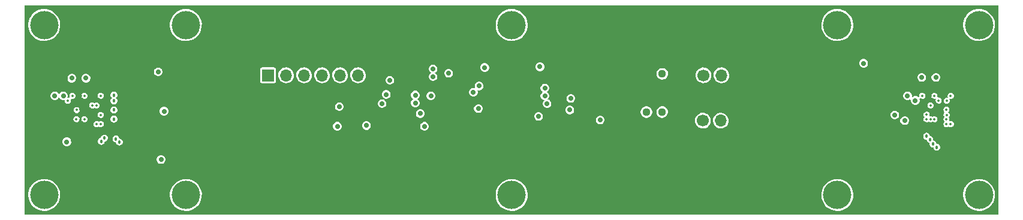
<source format=gbr>
G04 #@! TF.GenerationSoftware,KiCad,Pcbnew,5.99.0-unknown-3cd1208~100~ubuntu18.04.1*
G04 #@! TF.CreationDate,2019-09-26T13:34:42+08:00*
G04 #@! TF.ProjectId,external_camera,65787465-726e-4616-9c5f-63616d657261,rev?*
G04 #@! TF.SameCoordinates,Original*
G04 #@! TF.FileFunction,Copper,L2,Inr*
G04 #@! TF.FilePolarity,Positive*
%FSLAX46Y46*%
G04 Gerber Fmt 4.6, Leading zero omitted, Abs format (unit mm)*
G04 Created by KiCad (PCBNEW 5.99.0-unknown-3cd1208~100~ubuntu18.04.1) date 2019-09-26 13:34:42*
%MOMM*%
%LPD*%
G04 APERTURE LIST*
%ADD10O,1.700000X1.700000*%
%ADD11C,1.700000*%
%ADD12C,1.120000*%
%ADD13R,1.700000X1.700000*%
%ADD14C,2.500000*%
%ADD15C,0.711200*%
%ADD16C,0.355600*%
%ADD17C,0.457200*%
%ADD18C,4.000000*%
%ADD19C,0.100000*%
G04 APERTURE END LIST*
D10*
X137160000Y-85090000D03*
X134620000Y-85090000D03*
D11*
X132080000Y-85090000D03*
D12*
X126267436Y-84902272D03*
X124032564Y-84902272D03*
X126267436Y-90297728D03*
X124032564Y-90297728D03*
D10*
X85852000Y-85090000D03*
X83312000Y-85090000D03*
X80772000Y-85090000D03*
X78232000Y-85090000D03*
X75692000Y-85090000D03*
X73152000Y-85090000D03*
D13*
X70612000Y-85090000D03*
D10*
X137080000Y-91500000D03*
X134540000Y-91500000D03*
D11*
X132000000Y-91500000D03*
D14*
X165000000Y-100000000D03*
X165000000Y-80000000D03*
X45000000Y-100000000D03*
X45000000Y-80000000D03*
D15*
X55500000Y-97000000D03*
X116000000Y-91500000D03*
X117500000Y-91400000D03*
X108800000Y-90900000D03*
X113200000Y-90000000D03*
X97800000Y-100200000D03*
X82400000Y-89500000D03*
X80675000Y-89525000D03*
X92100000Y-90500000D03*
X93600000Y-88000000D03*
X55925000Y-90175000D03*
X86700000Y-89100000D03*
X88500000Y-89200000D03*
X83100000Y-92300000D03*
X84512500Y-92187500D03*
X77500000Y-92100000D03*
X80400000Y-92300000D03*
X113350000Y-88350000D03*
X116850000Y-88500000D03*
X162000000Y-88650000D03*
D16*
X42350000Y-88700000D03*
D15*
X43500000Y-93100000D03*
X93850000Y-89500000D03*
X93850000Y-90550000D03*
X100300000Y-89800000D03*
X96100000Y-83800000D03*
X60000000Y-83500000D03*
X41700000Y-88000000D03*
X40500000Y-88000000D03*
D17*
X165050000Y-95250000D03*
X164500000Y-94800000D03*
X164050000Y-94150000D03*
D15*
X160500000Y-91500000D03*
X166800000Y-86300000D03*
X168100000Y-91800000D03*
D16*
X167000000Y-92000000D03*
X166400000Y-91320001D03*
X166400000Y-92000000D03*
X163600000Y-90650000D03*
X164700000Y-90650000D03*
X164150000Y-91300000D03*
X164150000Y-90650000D03*
X165300000Y-88665785D03*
D15*
X168100000Y-88900000D03*
X165900000Y-85400000D03*
X164900000Y-85400000D03*
X162900000Y-85400000D03*
D16*
X163000000Y-88000000D03*
X167000000Y-88000000D03*
X165850000Y-88000000D03*
X165299469Y-88000000D03*
X164152442Y-87997558D03*
X164700000Y-88000000D03*
D15*
X163900000Y-85400000D03*
X160900000Y-88000000D03*
X159100000Y-90700000D03*
X162000000Y-90600000D03*
X56100000Y-86600000D03*
X154700000Y-83400000D03*
X154700000Y-84400000D03*
X147900000Y-84400000D03*
X109500000Y-90000000D03*
X109400000Y-85900000D03*
X109000000Y-83900000D03*
X105000000Y-84000000D03*
X101200000Y-84000000D03*
X98900000Y-81400000D03*
X96100000Y-84800000D03*
X93900000Y-84200000D03*
X93900000Y-85300000D03*
D17*
X163600000Y-93700000D03*
D15*
X96300000Y-96200000D03*
X96300000Y-94800000D03*
X93800000Y-91800000D03*
D16*
X46400000Y-89350000D03*
X45806023Y-89341620D03*
X43550000Y-88700000D03*
X42999072Y-90049104D03*
X44700000Y-90650000D03*
X46999104Y-90699072D03*
X45300000Y-88000000D03*
X43600000Y-90000000D03*
X44150000Y-90000000D03*
X43550000Y-92000000D03*
D18*
X39000000Y-78000000D03*
X39000000Y-102000000D03*
X171000000Y-102000000D03*
X171000000Y-78000000D03*
X59000000Y-78000000D03*
X59000000Y-102000000D03*
X151000000Y-102000000D03*
X151000000Y-78000000D03*
X105000000Y-102000000D03*
X105000000Y-78000000D03*
D16*
X164150000Y-88650000D03*
X166400000Y-89950000D03*
X166409957Y-90688895D03*
X166450000Y-88700000D03*
X164700000Y-91300000D03*
X163550000Y-89350000D03*
X163554855Y-91955602D03*
X163600000Y-91300000D03*
X164150000Y-89350000D03*
D17*
X47066513Y-94433487D03*
X47533487Y-93966513D03*
X49133026Y-94066513D03*
X49600000Y-94533487D03*
D15*
X42200000Y-94500000D03*
X41700000Y-90900000D03*
D16*
X44152442Y-87997558D03*
X43000000Y-88000000D03*
D15*
X44900000Y-85500000D03*
X45900000Y-85500000D03*
X43900000Y-85500000D03*
X42900000Y-85500000D03*
D16*
X44700000Y-88000000D03*
X45850000Y-88000000D03*
X44150000Y-88700000D03*
X47000000Y-88000000D03*
X45850000Y-91300000D03*
X44700889Y-91299111D03*
X43550373Y-91299627D03*
X47000000Y-92000000D03*
X46400000Y-92000000D03*
X47600000Y-92000000D03*
D17*
X47800000Y-89300000D03*
X48850000Y-91300000D03*
X48850000Y-90000000D03*
X48850000Y-88700000D03*
X48850000Y-87900000D03*
D15*
X55100000Y-84600000D03*
X87300000Y-87800000D03*
X90500000Y-85800000D03*
X87800000Y-85800000D03*
X96300000Y-93400000D03*
X92700000Y-92300000D03*
X100400000Y-86600000D03*
X99600000Y-87500000D03*
X103600000Y-89800000D03*
X109700000Y-86900000D03*
X109700000Y-88000000D03*
X110000000Y-89100000D03*
X91400000Y-87900000D03*
X91400000Y-89000000D03*
D19*
G36*
X173746001Y-104746000D02*
G01*
X36254000Y-104746000D01*
X36254000Y-102130191D01*
X36742026Y-102130191D01*
X36793611Y-102497234D01*
X36904446Y-102850911D01*
X37071565Y-103181751D01*
X37290467Y-103480843D01*
X37555282Y-103740168D01*
X37858898Y-103952762D01*
X38193158Y-104112913D01*
X38549083Y-104216318D01*
X38917125Y-104260205D01*
X39287381Y-104243391D01*
X39649933Y-104166329D01*
X39995021Y-104031091D01*
X40313389Y-103841306D01*
X40596487Y-103602069D01*
X40836709Y-103319809D01*
X41027604Y-103002106D01*
X41164049Y-102657484D01*
X41242375Y-102295213D01*
X41246408Y-102130191D01*
X56742026Y-102130191D01*
X56793611Y-102497234D01*
X56904446Y-102850911D01*
X57071565Y-103181751D01*
X57290467Y-103480843D01*
X57555282Y-103740168D01*
X57858898Y-103952762D01*
X58193158Y-104112913D01*
X58549083Y-104216318D01*
X58917125Y-104260205D01*
X59287381Y-104243391D01*
X59649933Y-104166329D01*
X59995021Y-104031091D01*
X60313389Y-103841306D01*
X60596487Y-103602069D01*
X60836709Y-103319809D01*
X61027604Y-103002106D01*
X61164049Y-102657484D01*
X61242375Y-102295213D01*
X61246408Y-102130191D01*
X102742026Y-102130191D01*
X102793611Y-102497234D01*
X102904446Y-102850911D01*
X103071565Y-103181751D01*
X103290467Y-103480843D01*
X103555282Y-103740168D01*
X103858898Y-103952762D01*
X104193158Y-104112913D01*
X104549083Y-104216318D01*
X104917125Y-104260205D01*
X105287381Y-104243391D01*
X105649933Y-104166329D01*
X105995021Y-104031091D01*
X106313389Y-103841306D01*
X106596487Y-103602069D01*
X106836709Y-103319809D01*
X107027604Y-103002106D01*
X107164049Y-102657484D01*
X107242375Y-102295213D01*
X107246408Y-102130191D01*
X148742026Y-102130191D01*
X148793611Y-102497234D01*
X148904446Y-102850911D01*
X149071565Y-103181751D01*
X149290467Y-103480843D01*
X149555282Y-103740168D01*
X149858898Y-103952762D01*
X150193158Y-104112913D01*
X150549083Y-104216318D01*
X150917125Y-104260205D01*
X151287381Y-104243391D01*
X151649933Y-104166329D01*
X151995021Y-104031091D01*
X152313389Y-103841306D01*
X152596487Y-103602069D01*
X152836709Y-103319809D01*
X153027604Y-103002106D01*
X153164049Y-102657484D01*
X153242375Y-102295213D01*
X153246408Y-102130191D01*
X168742026Y-102130191D01*
X168793611Y-102497234D01*
X168904446Y-102850911D01*
X169071565Y-103181751D01*
X169290467Y-103480843D01*
X169555282Y-103740168D01*
X169858898Y-103952762D01*
X170193158Y-104112913D01*
X170549083Y-104216318D01*
X170917125Y-104260205D01*
X171287381Y-104243391D01*
X171649933Y-104166329D01*
X171995021Y-104031091D01*
X172313389Y-103841306D01*
X172596487Y-103602069D01*
X172836709Y-103319809D01*
X173027604Y-103002106D01*
X173164049Y-102657484D01*
X173242375Y-102295213D01*
X173254119Y-101814679D01*
X173193583Y-101449013D01*
X173074135Y-101098136D01*
X172898990Y-100771492D01*
X172672842Y-100477832D01*
X172401766Y-100225050D01*
X172093053Y-100019942D01*
X171754980Y-99868005D01*
X171396631Y-99773326D01*
X171027630Y-99738445D01*
X170657891Y-99764300D01*
X170297337Y-99850196D01*
X169955648Y-99993828D01*
X169642020Y-100191330D01*
X169364844Y-100437420D01*
X169131595Y-100725458D01*
X168948518Y-101047731D01*
X168820534Y-101395582D01*
X168751082Y-101759661D01*
X168742026Y-102130191D01*
X153246408Y-102130191D01*
X153254119Y-101814679D01*
X153193583Y-101449013D01*
X153074135Y-101098136D01*
X152898990Y-100771492D01*
X152672842Y-100477832D01*
X152401766Y-100225050D01*
X152093053Y-100019942D01*
X151754980Y-99868005D01*
X151396631Y-99773326D01*
X151027630Y-99738445D01*
X150657891Y-99764300D01*
X150297337Y-99850196D01*
X149955648Y-99993828D01*
X149642020Y-100191330D01*
X149364844Y-100437420D01*
X149131595Y-100725458D01*
X148948518Y-101047731D01*
X148820534Y-101395582D01*
X148751082Y-101759661D01*
X148742026Y-102130191D01*
X107246408Y-102130191D01*
X107254119Y-101814679D01*
X107193583Y-101449013D01*
X107074135Y-101098136D01*
X106898990Y-100771492D01*
X106672842Y-100477832D01*
X106401766Y-100225050D01*
X106093053Y-100019942D01*
X105754980Y-99868005D01*
X105396631Y-99773326D01*
X105027630Y-99738445D01*
X104657891Y-99764300D01*
X104297337Y-99850196D01*
X103955648Y-99993828D01*
X103642020Y-100191330D01*
X103364844Y-100437420D01*
X103131595Y-100725458D01*
X102948518Y-101047731D01*
X102820534Y-101395582D01*
X102751082Y-101759661D01*
X102742026Y-102130191D01*
X61246408Y-102130191D01*
X61254119Y-101814679D01*
X61193583Y-101449013D01*
X61074135Y-101098136D01*
X60898990Y-100771492D01*
X60672842Y-100477832D01*
X60401766Y-100225050D01*
X60093053Y-100019942D01*
X59754980Y-99868005D01*
X59396631Y-99773326D01*
X59027630Y-99738445D01*
X58657891Y-99764300D01*
X58297337Y-99850196D01*
X57955648Y-99993828D01*
X57642020Y-100191330D01*
X57364844Y-100437420D01*
X57131595Y-100725458D01*
X56948518Y-101047731D01*
X56820534Y-101395582D01*
X56751082Y-101759661D01*
X56742026Y-102130191D01*
X41246408Y-102130191D01*
X41254119Y-101814679D01*
X41193583Y-101449013D01*
X41074135Y-101098136D01*
X40898990Y-100771492D01*
X40672842Y-100477832D01*
X40401766Y-100225050D01*
X40093053Y-100019942D01*
X39754980Y-99868005D01*
X39396631Y-99773326D01*
X39027630Y-99738445D01*
X38657891Y-99764300D01*
X38297337Y-99850196D01*
X37955648Y-99993828D01*
X37642020Y-100191330D01*
X37364844Y-100437420D01*
X37131595Y-100725458D01*
X36948518Y-101047731D01*
X36820534Y-101395582D01*
X36751082Y-101759661D01*
X36742026Y-102130191D01*
X36254000Y-102130191D01*
X36254000Y-96903449D01*
X54890401Y-96903449D01*
X54890401Y-97096551D01*
X54950073Y-97280202D01*
X55063575Y-97436425D01*
X55219798Y-97549927D01*
X55403449Y-97609599D01*
X55596551Y-97609599D01*
X55780202Y-97549927D01*
X55936425Y-97436425D01*
X56049927Y-97280202D01*
X56109599Y-97096551D01*
X56109599Y-96903449D01*
X56049927Y-96719798D01*
X55936425Y-96563575D01*
X55780202Y-96450073D01*
X55596551Y-96390401D01*
X55403449Y-96390401D01*
X55219798Y-96450073D01*
X55063575Y-96563575D01*
X54950073Y-96719798D01*
X54890401Y-96903449D01*
X36254000Y-96903449D01*
X36254000Y-94403449D01*
X41590401Y-94403449D01*
X41590401Y-94596551D01*
X41650073Y-94780202D01*
X41763575Y-94936425D01*
X41919798Y-95049927D01*
X42103449Y-95109599D01*
X42296551Y-95109599D01*
X42480202Y-95049927D01*
X42636425Y-94936425D01*
X42749927Y-94780202D01*
X42809599Y-94596551D01*
X42809599Y-94403449D01*
X42791711Y-94348393D01*
X46583914Y-94348393D01*
X46583914Y-94518581D01*
X46642123Y-94678510D01*
X46751519Y-94808883D01*
X46898907Y-94893978D01*
X47066513Y-94923531D01*
X47234119Y-94893978D01*
X47381507Y-94808883D01*
X47490903Y-94678510D01*
X47574306Y-94449359D01*
X47701094Y-94427004D01*
X47848481Y-94341909D01*
X47957877Y-94211536D01*
X48016086Y-94051607D01*
X48016086Y-93981419D01*
X48650427Y-93981419D01*
X48650427Y-94151607D01*
X48708636Y-94311536D01*
X48818032Y-94441909D01*
X48965419Y-94527004D01*
X49092207Y-94549359D01*
X49175610Y-94778510D01*
X49285006Y-94908883D01*
X49432394Y-94993978D01*
X49600000Y-95023531D01*
X49767606Y-94993978D01*
X49914994Y-94908883D01*
X50024390Y-94778510D01*
X50082599Y-94618581D01*
X50082599Y-94448393D01*
X50024390Y-94288464D01*
X49914994Y-94158091D01*
X49767607Y-94072996D01*
X49640819Y-94050641D01*
X49557416Y-93821490D01*
X49448020Y-93691117D01*
X49316020Y-93614906D01*
X163117401Y-93614906D01*
X163117401Y-93785094D01*
X163175610Y-93945023D01*
X163285006Y-94075396D01*
X163432394Y-94160491D01*
X163547644Y-94180812D01*
X163625610Y-94395023D01*
X163735006Y-94525396D01*
X163882395Y-94610491D01*
X164017401Y-94634297D01*
X164017401Y-94885094D01*
X164075610Y-95045023D01*
X164185006Y-95175396D01*
X164332394Y-95260491D01*
X164554502Y-95299654D01*
X164625610Y-95495023D01*
X164735006Y-95625396D01*
X164882394Y-95710491D01*
X165050000Y-95740044D01*
X165217606Y-95710491D01*
X165364994Y-95625396D01*
X165474390Y-95495023D01*
X165532599Y-95335094D01*
X165532599Y-95164906D01*
X165474390Y-95004977D01*
X165364994Y-94874604D01*
X165217606Y-94789509D01*
X164995498Y-94750346D01*
X164924390Y-94554977D01*
X164814994Y-94424604D01*
X164667605Y-94339509D01*
X164532599Y-94315703D01*
X164532599Y-94064906D01*
X164474390Y-93904977D01*
X164364994Y-93774604D01*
X164217606Y-93689509D01*
X164102356Y-93669188D01*
X164024390Y-93454977D01*
X163914994Y-93324604D01*
X163767606Y-93239509D01*
X163600000Y-93209956D01*
X163432394Y-93239509D01*
X163285006Y-93324604D01*
X163175610Y-93454977D01*
X163117401Y-93614906D01*
X49316020Y-93614906D01*
X49300632Y-93606022D01*
X49133026Y-93576469D01*
X48965420Y-93606022D01*
X48818032Y-93691117D01*
X48708636Y-93821490D01*
X48650427Y-93981419D01*
X48016086Y-93981419D01*
X48016086Y-93881419D01*
X47957877Y-93721490D01*
X47848481Y-93591117D01*
X47701093Y-93506022D01*
X47533487Y-93476469D01*
X47365881Y-93506022D01*
X47218493Y-93591117D01*
X47109097Y-93721490D01*
X47025694Y-93950641D01*
X46898906Y-93972996D01*
X46751519Y-94058091D01*
X46642123Y-94188464D01*
X46583914Y-94348393D01*
X42791711Y-94348393D01*
X42749927Y-94219798D01*
X42636425Y-94063575D01*
X42480202Y-93950073D01*
X42296551Y-93890401D01*
X42103449Y-93890401D01*
X41919798Y-93950073D01*
X41763575Y-94063575D01*
X41650073Y-94219798D01*
X41590401Y-94403449D01*
X36254000Y-94403449D01*
X36254000Y-91994632D01*
X45960754Y-91994632D01*
X45988273Y-92153121D01*
X46071000Y-92291076D01*
X46197844Y-92389999D01*
X46351796Y-92436627D01*
X46512211Y-92424705D01*
X46717584Y-92327405D01*
X46797845Y-92389999D01*
X46951796Y-92436627D01*
X47112212Y-92424705D01*
X47257580Y-92355835D01*
X47368411Y-92239247D01*
X47383202Y-92203449D01*
X79790401Y-92203449D01*
X79790401Y-92396551D01*
X79850073Y-92580202D01*
X79963575Y-92736425D01*
X80119798Y-92849927D01*
X80303449Y-92909599D01*
X80496551Y-92909599D01*
X80680202Y-92849927D01*
X80836425Y-92736425D01*
X80949927Y-92580202D01*
X81009599Y-92396551D01*
X81009599Y-92203449D01*
X80973046Y-92090949D01*
X83902901Y-92090949D01*
X83902901Y-92284051D01*
X83962573Y-92467702D01*
X84076075Y-92623925D01*
X84232298Y-92737427D01*
X84415949Y-92797099D01*
X84609051Y-92797099D01*
X84792702Y-92737427D01*
X84948925Y-92623925D01*
X85062427Y-92467702D01*
X85122099Y-92284051D01*
X85122099Y-92203449D01*
X92090401Y-92203449D01*
X92090401Y-92396551D01*
X92150073Y-92580202D01*
X92263575Y-92736425D01*
X92419798Y-92849927D01*
X92603449Y-92909599D01*
X92796551Y-92909599D01*
X92980202Y-92849927D01*
X93136425Y-92736425D01*
X93249927Y-92580202D01*
X93309599Y-92396551D01*
X93309599Y-92203449D01*
X93249927Y-92019798D01*
X93136425Y-91863575D01*
X92980202Y-91750073D01*
X92796551Y-91690401D01*
X92603449Y-91690401D01*
X92419798Y-91750073D01*
X92263575Y-91863575D01*
X92150073Y-92019798D01*
X92090401Y-92203449D01*
X85122099Y-92203449D01*
X85122099Y-92090949D01*
X85062427Y-91907298D01*
X84948925Y-91751075D01*
X84792702Y-91637573D01*
X84609051Y-91577901D01*
X84415949Y-91577901D01*
X84232298Y-91637573D01*
X84076075Y-91751075D01*
X83962573Y-91907298D01*
X83902901Y-92090949D01*
X80973046Y-92090949D01*
X80949927Y-92019798D01*
X80836425Y-91863575D01*
X80680202Y-91750073D01*
X80496551Y-91690401D01*
X80303449Y-91690401D01*
X80119798Y-91750073D01*
X79963575Y-91863575D01*
X79850073Y-92019798D01*
X79790401Y-92203449D01*
X47383202Y-92203449D01*
X47429838Y-92090582D01*
X47431922Y-91919947D01*
X47374146Y-91769824D01*
X47266198Y-91650565D01*
X47122555Y-91578163D01*
X46962479Y-91562326D01*
X46807431Y-91605180D01*
X46713824Y-91674571D01*
X46522555Y-91578163D01*
X46362479Y-91562326D01*
X46207432Y-91605180D01*
X46078207Y-91700975D01*
X45992136Y-91836865D01*
X45960754Y-91994632D01*
X36254000Y-91994632D01*
X36254000Y-91294259D01*
X43111127Y-91294259D01*
X43138646Y-91452748D01*
X43221373Y-91590703D01*
X43348217Y-91689626D01*
X43502169Y-91736254D01*
X43662585Y-91724332D01*
X43807953Y-91655462D01*
X43918784Y-91538874D01*
X43980211Y-91390209D01*
X43981389Y-91293743D01*
X44261643Y-91293743D01*
X44289162Y-91452232D01*
X44371889Y-91590187D01*
X44498733Y-91689110D01*
X44652685Y-91735738D01*
X44813101Y-91723816D01*
X44958469Y-91654946D01*
X45069300Y-91538358D01*
X45130727Y-91389693D01*
X45132811Y-91219058D01*
X45131214Y-91214906D01*
X48367401Y-91214906D01*
X48367401Y-91385094D01*
X48425610Y-91545023D01*
X48535006Y-91675396D01*
X48682394Y-91760491D01*
X48850000Y-91790044D01*
X49017606Y-91760491D01*
X49164994Y-91675396D01*
X49274390Y-91545023D01*
X49332599Y-91385094D01*
X49332599Y-91214906D01*
X49274390Y-91054977D01*
X49164994Y-90924604D01*
X49017606Y-90839509D01*
X48850000Y-90809956D01*
X48682394Y-90839509D01*
X48535006Y-90924604D01*
X48425610Y-91054977D01*
X48367401Y-91214906D01*
X45131214Y-91214906D01*
X45075035Y-91068935D01*
X44967087Y-90949676D01*
X44823444Y-90877274D01*
X44663368Y-90861437D01*
X44508321Y-90904291D01*
X44379096Y-91000086D01*
X44293025Y-91135976D01*
X44261643Y-91293743D01*
X43981389Y-91293743D01*
X43982295Y-91219574D01*
X43924519Y-91069451D01*
X43816571Y-90950192D01*
X43672928Y-90877790D01*
X43512852Y-90861953D01*
X43357805Y-90904807D01*
X43228580Y-91000602D01*
X43142509Y-91136492D01*
X43111127Y-91294259D01*
X36254000Y-91294259D01*
X36254000Y-90693704D01*
X46559858Y-90693704D01*
X46587377Y-90852193D01*
X46670104Y-90990148D01*
X46796948Y-91089071D01*
X46950900Y-91135699D01*
X47111316Y-91123777D01*
X47256684Y-91054907D01*
X47367515Y-90938319D01*
X47428942Y-90789654D01*
X47431026Y-90619019D01*
X47373250Y-90468896D01*
X47265302Y-90349637D01*
X47121659Y-90277235D01*
X46961583Y-90261398D01*
X46806536Y-90304252D01*
X46677311Y-90400047D01*
X46591240Y-90535937D01*
X46559858Y-90693704D01*
X36254000Y-90693704D01*
X36254000Y-89994632D01*
X43160754Y-89994632D01*
X43188273Y-90153121D01*
X43271000Y-90291076D01*
X43397844Y-90389999D01*
X43551796Y-90436627D01*
X43712212Y-90424705D01*
X43857580Y-90355835D01*
X43968411Y-90239247D01*
X44029838Y-90090582D01*
X44031922Y-89919947D01*
X44029982Y-89914906D01*
X48367401Y-89914906D01*
X48367401Y-90085094D01*
X48425610Y-90245023D01*
X48535006Y-90375396D01*
X48682394Y-90460491D01*
X48850000Y-90490044D01*
X49017606Y-90460491D01*
X49164994Y-90375396D01*
X49274390Y-90245023D01*
X49332599Y-90085094D01*
X49332599Y-90078449D01*
X55315401Y-90078449D01*
X55315401Y-90271551D01*
X55375073Y-90455202D01*
X55488575Y-90611425D01*
X55644798Y-90724927D01*
X55828449Y-90784599D01*
X56021551Y-90784599D01*
X56205202Y-90724927D01*
X56361425Y-90611425D01*
X56474927Y-90455202D01*
X56491742Y-90403449D01*
X91490401Y-90403449D01*
X91490401Y-90596551D01*
X91550073Y-90780202D01*
X91663575Y-90936425D01*
X91819798Y-91049927D01*
X92003449Y-91109599D01*
X92196551Y-91109599D01*
X92380202Y-91049927D01*
X92536425Y-90936425D01*
X92633037Y-90803449D01*
X108190401Y-90803449D01*
X108190401Y-90996551D01*
X108250073Y-91180202D01*
X108363575Y-91336425D01*
X108519798Y-91449927D01*
X108703449Y-91509599D01*
X108896551Y-91509599D01*
X109080202Y-91449927D01*
X109236425Y-91336425D01*
X109260383Y-91303449D01*
X116890401Y-91303449D01*
X116890401Y-91496551D01*
X116950073Y-91680202D01*
X117063575Y-91836425D01*
X117219798Y-91949927D01*
X117403449Y-92009599D01*
X117596551Y-92009599D01*
X117780202Y-91949927D01*
X117936425Y-91836425D01*
X118049927Y-91680202D01*
X118109599Y-91496551D01*
X118109599Y-91496132D01*
X130890986Y-91496132D01*
X130910262Y-91705904D01*
X130968858Y-91908258D01*
X131064661Y-92095877D01*
X131194213Y-92261994D01*
X131352844Y-92400620D01*
X131534818Y-92506744D01*
X131733582Y-92576545D01*
X131941956Y-92607501D01*
X132152430Y-92598496D01*
X132357400Y-92549853D01*
X132549470Y-92463333D01*
X132721724Y-92342046D01*
X132867927Y-92190384D01*
X132982820Y-92013801D01*
X133062245Y-91818691D01*
X133103345Y-91612072D01*
X133103924Y-91445826D01*
X133432303Y-91445826D01*
X133442043Y-91656260D01*
X133491400Y-91861062D01*
X133578595Y-92052836D01*
X133700474Y-92224654D01*
X133852652Y-92370333D01*
X134029632Y-92484608D01*
X134225019Y-92563351D01*
X134505371Y-92604000D01*
X134592631Y-92604000D01*
X134749711Y-92589014D01*
X134951854Y-92529710D01*
X135139137Y-92433254D01*
X135304803Y-92303122D01*
X135442872Y-92144011D01*
X135548361Y-91961666D01*
X135617468Y-91762656D01*
X135647697Y-91554174D01*
X135640721Y-91403449D01*
X159890401Y-91403449D01*
X159890401Y-91596551D01*
X159950073Y-91780202D01*
X160063575Y-91936425D01*
X160219798Y-92049927D01*
X160403449Y-92109599D01*
X160596551Y-92109599D01*
X160780202Y-92049927D01*
X160936425Y-91936425D01*
X161049927Y-91780202D01*
X161109599Y-91596551D01*
X161109599Y-91403449D01*
X161049927Y-91219798D01*
X160936425Y-91063575D01*
X160780202Y-90950073D01*
X160596551Y-90890401D01*
X160403449Y-90890401D01*
X160219798Y-90950073D01*
X160063575Y-91063575D01*
X159950073Y-91219798D01*
X159890401Y-91403449D01*
X135640721Y-91403449D01*
X135637957Y-91343740D01*
X135588600Y-91138938D01*
X135501405Y-90947164D01*
X135379526Y-90775346D01*
X135227348Y-90629667D01*
X135186744Y-90603449D01*
X158490401Y-90603449D01*
X158490401Y-90796551D01*
X158550073Y-90980202D01*
X158663575Y-91136425D01*
X158819798Y-91249927D01*
X159003449Y-91309599D01*
X159196551Y-91309599D01*
X159380202Y-91249927D01*
X159536425Y-91136425D01*
X159649927Y-90980202D01*
X159709599Y-90796551D01*
X159709599Y-90644632D01*
X163160754Y-90644632D01*
X163188273Y-90803121D01*
X163292956Y-90977690D01*
X163192136Y-91136867D01*
X163160754Y-91294632D01*
X163188273Y-91453121D01*
X163271000Y-91591076D01*
X163397844Y-91689999D01*
X163551796Y-91736627D01*
X163712212Y-91724705D01*
X163886479Y-91642143D01*
X163947844Y-91689999D01*
X164101796Y-91736627D01*
X164262212Y-91724705D01*
X164436479Y-91642143D01*
X164497844Y-91689999D01*
X164651796Y-91736627D01*
X164812212Y-91724705D01*
X164957580Y-91655835D01*
X165068411Y-91539247D01*
X165129838Y-91390582D01*
X165131922Y-91219947D01*
X165074146Y-91069824D01*
X164966198Y-90950565D01*
X164822555Y-90878163D01*
X164662479Y-90862326D01*
X164507431Y-90905180D01*
X164434063Y-90959569D01*
X164272556Y-90878163D01*
X164028453Y-90854013D01*
X164031922Y-90569947D01*
X163974146Y-90419824D01*
X163866198Y-90300565D01*
X163722555Y-90228163D01*
X163562479Y-90212326D01*
X163407432Y-90255180D01*
X163278207Y-90350975D01*
X163192136Y-90486865D01*
X163160754Y-90644632D01*
X159709599Y-90644632D01*
X159709599Y-90603449D01*
X159649927Y-90419798D01*
X159536425Y-90263575D01*
X159380202Y-90150073D01*
X159196551Y-90090401D01*
X159003449Y-90090401D01*
X158819798Y-90150073D01*
X158663575Y-90263575D01*
X158550073Y-90419798D01*
X158490401Y-90603449D01*
X135186744Y-90603449D01*
X135050368Y-90515392D01*
X134854981Y-90436649D01*
X134574629Y-90396000D01*
X134487369Y-90396000D01*
X134330289Y-90410986D01*
X134128146Y-90470290D01*
X133940863Y-90566746D01*
X133775197Y-90696878D01*
X133637128Y-90855989D01*
X133531639Y-91038334D01*
X133462532Y-91237344D01*
X133432303Y-91445826D01*
X133103924Y-91445826D01*
X133104099Y-91395636D01*
X133064444Y-91188734D01*
X132986381Y-90993070D01*
X132872726Y-90815694D01*
X132727583Y-90663012D01*
X132556184Y-90540528D01*
X132364719Y-90452666D01*
X132160094Y-90402595D01*
X131949689Y-90392121D01*
X131741107Y-90421620D01*
X131541859Y-90490033D01*
X131359143Y-90594887D01*
X131199553Y-90732399D01*
X131068844Y-90897608D01*
X130971733Y-91084553D01*
X130911727Y-91286487D01*
X130890986Y-91496132D01*
X118109599Y-91496132D01*
X118109599Y-91303449D01*
X118049927Y-91119798D01*
X117936425Y-90963575D01*
X117780202Y-90850073D01*
X117596551Y-90790401D01*
X117403449Y-90790401D01*
X117219798Y-90850073D01*
X117063575Y-90963575D01*
X116950073Y-91119798D01*
X116890401Y-91303449D01*
X109260383Y-91303449D01*
X109349927Y-91180202D01*
X109409599Y-90996551D01*
X109409599Y-90803449D01*
X109349927Y-90619798D01*
X109236425Y-90463575D01*
X109080202Y-90350073D01*
X108896551Y-90290401D01*
X108703449Y-90290401D01*
X108519798Y-90350073D01*
X108363575Y-90463575D01*
X108250073Y-90619798D01*
X108190401Y-90803449D01*
X92633037Y-90803449D01*
X92649927Y-90780202D01*
X92709599Y-90596551D01*
X92709599Y-90403449D01*
X92649927Y-90219798D01*
X92536425Y-90063575D01*
X92380202Y-89950073D01*
X92196551Y-89890401D01*
X92003449Y-89890401D01*
X91819798Y-89950073D01*
X91663575Y-90063575D01*
X91550073Y-90219798D01*
X91490401Y-90403449D01*
X56491742Y-90403449D01*
X56534599Y-90271551D01*
X56534599Y-90078449D01*
X56474927Y-89894798D01*
X56361425Y-89738575D01*
X56205202Y-89625073D01*
X56021551Y-89565401D01*
X55828449Y-89565401D01*
X55644798Y-89625073D01*
X55488575Y-89738575D01*
X55375073Y-89894798D01*
X55315401Y-90078449D01*
X49332599Y-90078449D01*
X49332599Y-89914906D01*
X49274390Y-89754977D01*
X49164994Y-89624604D01*
X49017606Y-89539509D01*
X48850000Y-89509956D01*
X48682394Y-89539509D01*
X48535006Y-89624604D01*
X48425610Y-89754977D01*
X48367401Y-89914906D01*
X44029982Y-89914906D01*
X43974146Y-89769824D01*
X43866198Y-89650565D01*
X43722555Y-89578163D01*
X43562479Y-89562326D01*
X43407432Y-89605180D01*
X43278207Y-89700975D01*
X43192136Y-89836865D01*
X43160754Y-89994632D01*
X36254000Y-89994632D01*
X36254000Y-89336252D01*
X45366777Y-89336252D01*
X45394296Y-89494741D01*
X45477023Y-89632696D01*
X45603867Y-89731619D01*
X45757819Y-89778247D01*
X45918234Y-89766325D01*
X46113176Y-89673967D01*
X46197846Y-89740000D01*
X46351796Y-89786627D01*
X46512212Y-89774705D01*
X46657580Y-89705835D01*
X46768411Y-89589247D01*
X46829838Y-89440582D01*
X46829986Y-89428449D01*
X80065401Y-89428449D01*
X80065401Y-89621551D01*
X80125073Y-89805202D01*
X80238575Y-89961425D01*
X80394798Y-90074927D01*
X80578449Y-90134599D01*
X80771551Y-90134599D01*
X80955202Y-90074927D01*
X81111425Y-89961425D01*
X81224927Y-89805202D01*
X81284599Y-89621551D01*
X81284599Y-89428449D01*
X81224927Y-89244798D01*
X81111425Y-89088575D01*
X80994259Y-89003449D01*
X86090401Y-89003449D01*
X86090401Y-89196551D01*
X86150073Y-89380202D01*
X86263575Y-89536425D01*
X86419798Y-89649927D01*
X86603449Y-89709599D01*
X86796551Y-89709599D01*
X86815478Y-89703449D01*
X99690401Y-89703449D01*
X99690401Y-89896551D01*
X99750073Y-90080202D01*
X99863575Y-90236425D01*
X100019798Y-90349927D01*
X100203449Y-90409599D01*
X100396551Y-90409599D01*
X100580202Y-90349927D01*
X100736425Y-90236425D01*
X100849927Y-90080202D01*
X100907357Y-89903449D01*
X112590401Y-89903449D01*
X112590401Y-90096551D01*
X112650073Y-90280202D01*
X112763575Y-90436425D01*
X112919798Y-90549927D01*
X113103449Y-90609599D01*
X113296551Y-90609599D01*
X113480202Y-90549927D01*
X113636425Y-90436425D01*
X113679117Y-90377663D01*
X123217323Y-90377663D01*
X123255293Y-90556293D01*
X123331892Y-90722070D01*
X123443317Y-90866757D01*
X123584030Y-90983164D01*
X123747030Y-91065503D01*
X123924226Y-91109682D01*
X124106802Y-91113507D01*
X124285698Y-91076785D01*
X124452001Y-91001347D01*
X124597467Y-90890932D01*
X124714853Y-90751037D01*
X124798327Y-90588614D01*
X124843742Y-90411735D01*
X124844217Y-90377663D01*
X125452195Y-90377663D01*
X125490165Y-90556293D01*
X125566764Y-90722070D01*
X125678189Y-90866757D01*
X125818902Y-90983164D01*
X125981902Y-91065503D01*
X126159098Y-91109682D01*
X126341674Y-91113507D01*
X126520570Y-91076785D01*
X126686873Y-91001347D01*
X126832339Y-90890932D01*
X126949725Y-90751037D01*
X127033199Y-90588614D01*
X127078614Y-90411735D01*
X127081481Y-90206417D01*
X127041022Y-90028337D01*
X127000918Y-89944632D01*
X165960754Y-89944632D01*
X165988273Y-90103121D01*
X166071003Y-90241080D01*
X166145566Y-90299243D01*
X166002093Y-90525762D01*
X165970711Y-90683527D01*
X165998230Y-90842016D01*
X166092251Y-90998806D01*
X165992136Y-91156866D01*
X165960754Y-91314633D01*
X165988273Y-91473122D01*
X166102197Y-91663102D01*
X165992136Y-91836865D01*
X165960754Y-91994632D01*
X165988273Y-92153121D01*
X166071000Y-92291076D01*
X166197844Y-92389999D01*
X166351796Y-92436627D01*
X166512211Y-92424705D01*
X166717584Y-92327405D01*
X166797845Y-92389999D01*
X166951796Y-92436627D01*
X167112212Y-92424705D01*
X167257580Y-92355835D01*
X167368411Y-92239247D01*
X167429838Y-92090582D01*
X167431922Y-91919947D01*
X167374146Y-91769824D01*
X167266198Y-91650565D01*
X167122555Y-91578163D01*
X166828147Y-91549037D01*
X166831922Y-91239948D01*
X166774146Y-91089825D01*
X166701235Y-91009281D01*
X166778368Y-90928143D01*
X166839795Y-90779477D01*
X166841879Y-90608842D01*
X166784103Y-90458720D01*
X166651506Y-90312227D01*
X166768410Y-90189248D01*
X166829838Y-90040582D01*
X166831922Y-89869947D01*
X166774146Y-89719824D01*
X166666198Y-89600565D01*
X166522555Y-89528163D01*
X166362479Y-89512326D01*
X166207432Y-89555180D01*
X166078207Y-89650975D01*
X165992136Y-89786865D01*
X165960754Y-89944632D01*
X127000918Y-89944632D01*
X126962113Y-89863641D01*
X126848682Y-89720527D01*
X126706360Y-89606096D01*
X126542223Y-89526042D01*
X126364428Y-89484340D01*
X126181813Y-89483065D01*
X126003452Y-89522280D01*
X125838211Y-89600038D01*
X125694309Y-89712466D01*
X125578886Y-89853988D01*
X125497686Y-90017563D01*
X125454746Y-90195060D01*
X125452195Y-90377663D01*
X124844217Y-90377663D01*
X124846609Y-90206417D01*
X124806150Y-90028337D01*
X124727241Y-89863641D01*
X124613810Y-89720527D01*
X124471488Y-89606096D01*
X124307351Y-89526042D01*
X124129556Y-89484340D01*
X123946941Y-89483065D01*
X123768580Y-89522280D01*
X123603339Y-89600038D01*
X123459437Y-89712466D01*
X123344014Y-89853988D01*
X123262814Y-90017563D01*
X123219874Y-90195060D01*
X123217323Y-90377663D01*
X113679117Y-90377663D01*
X113749927Y-90280202D01*
X113809599Y-90096551D01*
X113809599Y-89903449D01*
X113749927Y-89719798D01*
X113636425Y-89563575D01*
X113480202Y-89450073D01*
X113296551Y-89390401D01*
X113103449Y-89390401D01*
X112919798Y-89450073D01*
X112763575Y-89563575D01*
X112650073Y-89719798D01*
X112590401Y-89903449D01*
X100907357Y-89903449D01*
X100909599Y-89896551D01*
X100909599Y-89703449D01*
X100849927Y-89519798D01*
X100736425Y-89363575D01*
X100580202Y-89250073D01*
X100396551Y-89190401D01*
X100203449Y-89190401D01*
X100019798Y-89250073D01*
X99863575Y-89363575D01*
X99750073Y-89519798D01*
X99690401Y-89703449D01*
X86815478Y-89703449D01*
X86980202Y-89649927D01*
X87136425Y-89536425D01*
X87249927Y-89380202D01*
X87309599Y-89196551D01*
X87309599Y-89003449D01*
X87249927Y-88819798D01*
X87136425Y-88663575D01*
X87006363Y-88569081D01*
X87104075Y-88377310D01*
X87203449Y-88409599D01*
X87396551Y-88409599D01*
X87580202Y-88349927D01*
X87736425Y-88236425D01*
X87849927Y-88080202D01*
X87909599Y-87896551D01*
X87909599Y-87803449D01*
X90790401Y-87803449D01*
X90790401Y-87996551D01*
X90850073Y-88180202D01*
X90963575Y-88336424D01*
X91119899Y-88450000D01*
X90963575Y-88563576D01*
X90850073Y-88719798D01*
X90790401Y-88903449D01*
X90790401Y-89096551D01*
X90850073Y-89280202D01*
X90963575Y-89436425D01*
X91119798Y-89549927D01*
X91303449Y-89609599D01*
X91496551Y-89609599D01*
X91680202Y-89549927D01*
X91836425Y-89436425D01*
X91949927Y-89280202D01*
X92009599Y-89096551D01*
X92009599Y-88903449D01*
X91949927Y-88719798D01*
X91836425Y-88563576D01*
X91680101Y-88450000D01*
X91836425Y-88336424D01*
X91949927Y-88180202D01*
X92009599Y-87996551D01*
X92009599Y-87903449D01*
X92990401Y-87903449D01*
X92990401Y-88096551D01*
X93050073Y-88280202D01*
X93163575Y-88436425D01*
X93319798Y-88549927D01*
X93503449Y-88609599D01*
X93696551Y-88609599D01*
X93880202Y-88549927D01*
X94036425Y-88436425D01*
X94149927Y-88280202D01*
X94209599Y-88096551D01*
X94209599Y-87903449D01*
X94149927Y-87719798D01*
X94036425Y-87563575D01*
X93880202Y-87450073D01*
X93736709Y-87403449D01*
X98990401Y-87403449D01*
X98990401Y-87596551D01*
X99050073Y-87780202D01*
X99163575Y-87936425D01*
X99319798Y-88049927D01*
X99503449Y-88109599D01*
X99696551Y-88109599D01*
X99880202Y-88049927D01*
X100036425Y-87936425D01*
X100149927Y-87780202D01*
X100209599Y-87596551D01*
X100209599Y-87403450D01*
X100146612Y-87209599D01*
X100496551Y-87209599D01*
X100680202Y-87149927D01*
X100836425Y-87036425D01*
X100949927Y-86880202D01*
X100974865Y-86803449D01*
X109090401Y-86803449D01*
X109090401Y-86996551D01*
X109150073Y-87180202D01*
X109263575Y-87336424D01*
X109419899Y-87450000D01*
X109263575Y-87563576D01*
X109150073Y-87719798D01*
X109090401Y-87903449D01*
X109090401Y-88096551D01*
X109150073Y-88280202D01*
X109263575Y-88436425D01*
X109419798Y-88549927D01*
X109602917Y-88609426D01*
X109450073Y-88819798D01*
X109390401Y-89003449D01*
X109390401Y-89196551D01*
X109450073Y-89380202D01*
X109563575Y-89536425D01*
X109719798Y-89649927D01*
X109903449Y-89709599D01*
X110096551Y-89709599D01*
X110280202Y-89649927D01*
X110436425Y-89536425D01*
X110549927Y-89380202D01*
X110561484Y-89344632D01*
X163710754Y-89344632D01*
X163738273Y-89503121D01*
X163821000Y-89641076D01*
X163947844Y-89739999D01*
X164101796Y-89786627D01*
X164262212Y-89774705D01*
X164407580Y-89705835D01*
X164518411Y-89589247D01*
X164579838Y-89440582D01*
X164581922Y-89269947D01*
X164524146Y-89119824D01*
X164416198Y-89000565D01*
X164272555Y-88928163D01*
X164112479Y-88912326D01*
X163957432Y-88955180D01*
X163828207Y-89050975D01*
X163742136Y-89186865D01*
X163710754Y-89344632D01*
X110561484Y-89344632D01*
X110609599Y-89196551D01*
X110609599Y-89003449D01*
X110549927Y-88819798D01*
X110436425Y-88663575D01*
X110280202Y-88550073D01*
X110097083Y-88490574D01*
X110249927Y-88280202D01*
X110258619Y-88253449D01*
X112740401Y-88253449D01*
X112740401Y-88446551D01*
X112800073Y-88630202D01*
X112913575Y-88786425D01*
X113069798Y-88899927D01*
X113253449Y-88959599D01*
X113446551Y-88959599D01*
X113630202Y-88899927D01*
X113786425Y-88786425D01*
X113899927Y-88630202D01*
X113959599Y-88446551D01*
X113959599Y-88253449D01*
X113899927Y-88069798D01*
X113786425Y-87913575D01*
X113772488Y-87903449D01*
X160290401Y-87903449D01*
X160290401Y-88096551D01*
X160350073Y-88280202D01*
X160463575Y-88436425D01*
X160619798Y-88549927D01*
X160803449Y-88609599D01*
X160996551Y-88609599D01*
X161180200Y-88549928D01*
X161252806Y-88497176D01*
X161390401Y-88567284D01*
X161390401Y-88746551D01*
X161450073Y-88930202D01*
X161563575Y-89086425D01*
X161719798Y-89199927D01*
X161903449Y-89259599D01*
X162096551Y-89259599D01*
X162280202Y-89199927D01*
X162436425Y-89086425D01*
X162549927Y-88930202D01*
X162609599Y-88746551D01*
X162609599Y-88553451D01*
X162572931Y-88440602D01*
X162725562Y-88333628D01*
X162797844Y-88389999D01*
X162951796Y-88436627D01*
X163112212Y-88424705D01*
X163257580Y-88355835D01*
X163368411Y-88239247D01*
X163429838Y-88090582D01*
X163431009Y-87994632D01*
X164260754Y-87994632D01*
X164288273Y-88153121D01*
X164371000Y-88291076D01*
X164497844Y-88389999D01*
X164651796Y-88436627D01*
X164909072Y-88417506D01*
X164860754Y-88660417D01*
X164888273Y-88818906D01*
X164971000Y-88956861D01*
X165097844Y-89055784D01*
X165251796Y-89102412D01*
X165412212Y-89090490D01*
X165557580Y-89021620D01*
X165668411Y-88905032D01*
X165729838Y-88756367D01*
X165730591Y-88694632D01*
X166010754Y-88694632D01*
X166038273Y-88853121D01*
X166121000Y-88991076D01*
X166247844Y-89089999D01*
X166401796Y-89136627D01*
X166562212Y-89124705D01*
X166707580Y-89055835D01*
X166818411Y-88939247D01*
X166879838Y-88790582D01*
X166881922Y-88619948D01*
X166815273Y-88446772D01*
X167112213Y-88424705D01*
X167257580Y-88355835D01*
X167368411Y-88239247D01*
X167429838Y-88090582D01*
X167431922Y-87919947D01*
X167374146Y-87769824D01*
X167266198Y-87650565D01*
X167122555Y-87578163D01*
X166962479Y-87562326D01*
X166807432Y-87605180D01*
X166678207Y-87700975D01*
X166592136Y-87836865D01*
X166560754Y-87994632D01*
X166610638Y-88281929D01*
X166412480Y-88262326D01*
X166257432Y-88305180D01*
X166128207Y-88400975D01*
X166042136Y-88536865D01*
X166010754Y-88694632D01*
X165730591Y-88694632D01*
X165731922Y-88585732D01*
X165674146Y-88435609D01*
X165566198Y-88316350D01*
X165422555Y-88243948D01*
X165128320Y-88214839D01*
X165131922Y-87919947D01*
X165074146Y-87769824D01*
X164966198Y-87650565D01*
X164822555Y-87578163D01*
X164662479Y-87562326D01*
X164507432Y-87605180D01*
X164378207Y-87700975D01*
X164292136Y-87836865D01*
X164260754Y-87994632D01*
X163431009Y-87994632D01*
X163431922Y-87919947D01*
X163374146Y-87769824D01*
X163266198Y-87650565D01*
X163122555Y-87578163D01*
X162962479Y-87562326D01*
X162807432Y-87605180D01*
X162678207Y-87700975D01*
X162592136Y-87836865D01*
X162560754Y-87994633D01*
X162583574Y-88126058D01*
X162439513Y-88215817D01*
X162280202Y-88100073D01*
X162096551Y-88040401D01*
X161903449Y-88040401D01*
X161719800Y-88100072D01*
X161647194Y-88152824D01*
X161509599Y-88082716D01*
X161509599Y-87903449D01*
X161449927Y-87719798D01*
X161336425Y-87563575D01*
X161180202Y-87450073D01*
X160996551Y-87390401D01*
X160803449Y-87390401D01*
X160619798Y-87450073D01*
X160463575Y-87563575D01*
X160350073Y-87719798D01*
X160290401Y-87903449D01*
X113772488Y-87903449D01*
X113630202Y-87800073D01*
X113446551Y-87740401D01*
X113253449Y-87740401D01*
X113069798Y-87800073D01*
X112913575Y-87913575D01*
X112800073Y-88069798D01*
X112740401Y-88253449D01*
X110258619Y-88253449D01*
X110309599Y-88096551D01*
X110309599Y-87903449D01*
X110249927Y-87719798D01*
X110136425Y-87563576D01*
X109980101Y-87450000D01*
X110136425Y-87336424D01*
X110249927Y-87180202D01*
X110309599Y-86996551D01*
X110309599Y-86803449D01*
X110249927Y-86619798D01*
X110136425Y-86463575D01*
X109980202Y-86350073D01*
X109796551Y-86290401D01*
X109603449Y-86290401D01*
X109419798Y-86350073D01*
X109263575Y-86463575D01*
X109150073Y-86619798D01*
X109090401Y-86803449D01*
X100974865Y-86803449D01*
X101009599Y-86696551D01*
X101009599Y-86503449D01*
X100949927Y-86319798D01*
X100836425Y-86163575D01*
X100680202Y-86050073D01*
X100496551Y-85990401D01*
X100303449Y-85990401D01*
X100119798Y-86050073D01*
X99963575Y-86163575D01*
X99850073Y-86319798D01*
X99790401Y-86503449D01*
X99790401Y-86696550D01*
X99853388Y-86890401D01*
X99503449Y-86890401D01*
X99319798Y-86950073D01*
X99163575Y-87063575D01*
X99050073Y-87219798D01*
X98990401Y-87403449D01*
X93736709Y-87403449D01*
X93696551Y-87390401D01*
X93503449Y-87390401D01*
X93319798Y-87450073D01*
X93163575Y-87563575D01*
X93050073Y-87719798D01*
X92990401Y-87903449D01*
X92009599Y-87903449D01*
X92009599Y-87803449D01*
X91949927Y-87619798D01*
X91836425Y-87463575D01*
X91680202Y-87350073D01*
X91496551Y-87290401D01*
X91303449Y-87290401D01*
X91119798Y-87350073D01*
X90963575Y-87463575D01*
X90850073Y-87619798D01*
X90790401Y-87803449D01*
X87909599Y-87803449D01*
X87909599Y-87703449D01*
X87849927Y-87519798D01*
X87736425Y-87363575D01*
X87580202Y-87250073D01*
X87396551Y-87190401D01*
X87203449Y-87190401D01*
X87019798Y-87250073D01*
X86863575Y-87363575D01*
X86750073Y-87519798D01*
X86690401Y-87703449D01*
X86690401Y-87896551D01*
X86750073Y-88080202D01*
X86863575Y-88236425D01*
X86993637Y-88330919D01*
X86895925Y-88522690D01*
X86796551Y-88490401D01*
X86603449Y-88490401D01*
X86419798Y-88550073D01*
X86263575Y-88663575D01*
X86150073Y-88819798D01*
X86090401Y-89003449D01*
X80994259Y-89003449D01*
X80955202Y-88975073D01*
X80771551Y-88915401D01*
X80578449Y-88915401D01*
X80394798Y-88975073D01*
X80238575Y-89088575D01*
X80125073Y-89244798D01*
X80065401Y-89428449D01*
X46829986Y-89428449D01*
X46831922Y-89269947D01*
X46774146Y-89119824D01*
X46666198Y-89000565D01*
X46522555Y-88928163D01*
X46362479Y-88912326D01*
X46207431Y-88955180D01*
X46122992Y-89017777D01*
X45928578Y-88919783D01*
X45768502Y-88903946D01*
X45613455Y-88946800D01*
X45484230Y-89042595D01*
X45398159Y-89178485D01*
X45366777Y-89336252D01*
X36254000Y-89336252D01*
X36254000Y-87903449D01*
X39890401Y-87903449D01*
X39890401Y-88096551D01*
X39950073Y-88280202D01*
X40063575Y-88436425D01*
X40219798Y-88549927D01*
X40403449Y-88609599D01*
X40596551Y-88609599D01*
X40780202Y-88549927D01*
X40936425Y-88436425D01*
X41100000Y-88211283D01*
X41263575Y-88436425D01*
X41419798Y-88549927D01*
X41603449Y-88609599D01*
X41895990Y-88609599D01*
X41938273Y-88853121D01*
X42021000Y-88991076D01*
X42147844Y-89089999D01*
X42301796Y-89136627D01*
X42462212Y-89124705D01*
X42607580Y-89055835D01*
X42718411Y-88939247D01*
X42779838Y-88790582D01*
X42781922Y-88619947D01*
X42743980Y-88521357D01*
X42851066Y-88406119D01*
X42951798Y-88436627D01*
X43112212Y-88424705D01*
X43257580Y-88355835D01*
X43368411Y-88239247D01*
X43429838Y-88090582D01*
X43431009Y-87994632D01*
X44260754Y-87994632D01*
X44288273Y-88153121D01*
X44371000Y-88291076D01*
X44497844Y-88389999D01*
X44651796Y-88436627D01*
X44812212Y-88424705D01*
X44957580Y-88355835D01*
X45068411Y-88239247D01*
X45129838Y-88090582D01*
X45131009Y-87994632D01*
X46560754Y-87994632D01*
X46588273Y-88153121D01*
X46671000Y-88291076D01*
X46797844Y-88389999D01*
X46951796Y-88436627D01*
X47112212Y-88424705D01*
X47257580Y-88355835D01*
X47368411Y-88239247D01*
X47429838Y-88090582D01*
X47431922Y-87919947D01*
X47391497Y-87814906D01*
X48367401Y-87814906D01*
X48367401Y-87985094D01*
X48425610Y-88145023D01*
X48555652Y-88300000D01*
X48425610Y-88454977D01*
X48367401Y-88614906D01*
X48367401Y-88785094D01*
X48425610Y-88945023D01*
X48535006Y-89075396D01*
X48682394Y-89160491D01*
X48850000Y-89190044D01*
X49017606Y-89160491D01*
X49164994Y-89075396D01*
X49274390Y-88945023D01*
X49332599Y-88785094D01*
X49332599Y-88614906D01*
X49274390Y-88454977D01*
X49144348Y-88300000D01*
X49274390Y-88145023D01*
X49332599Y-87985094D01*
X49332599Y-87814906D01*
X49274390Y-87654977D01*
X49164994Y-87524604D01*
X49017606Y-87439509D01*
X48850000Y-87409956D01*
X48682394Y-87439509D01*
X48535006Y-87524604D01*
X48425610Y-87654977D01*
X48367401Y-87814906D01*
X47391497Y-87814906D01*
X47374146Y-87769824D01*
X47266198Y-87650565D01*
X47122555Y-87578163D01*
X46962479Y-87562326D01*
X46807432Y-87605180D01*
X46678207Y-87700975D01*
X46592136Y-87836865D01*
X46560754Y-87994632D01*
X45131009Y-87994632D01*
X45131922Y-87919947D01*
X45074146Y-87769824D01*
X44966198Y-87650565D01*
X44822555Y-87578163D01*
X44662479Y-87562326D01*
X44507432Y-87605180D01*
X44378207Y-87700975D01*
X44292136Y-87836865D01*
X44260754Y-87994632D01*
X43431009Y-87994632D01*
X43431922Y-87919947D01*
X43374146Y-87769824D01*
X43266198Y-87650565D01*
X43122555Y-87578163D01*
X42962479Y-87562326D01*
X42807432Y-87605180D01*
X42678207Y-87700975D01*
X42592136Y-87836865D01*
X42560754Y-87994633D01*
X42612386Y-88291995D01*
X42257501Y-88256888D01*
X42309599Y-88096550D01*
X42309599Y-87903449D01*
X42249927Y-87719798D01*
X42136425Y-87563575D01*
X41980202Y-87450073D01*
X41796551Y-87390401D01*
X41603449Y-87390401D01*
X41419798Y-87450073D01*
X41263575Y-87563575D01*
X41100000Y-87788717D01*
X40936425Y-87563575D01*
X40780202Y-87450073D01*
X40596551Y-87390401D01*
X40403449Y-87390401D01*
X40219798Y-87450073D01*
X40063575Y-87563575D01*
X39950073Y-87719798D01*
X39890401Y-87903449D01*
X36254000Y-87903449D01*
X36254000Y-85403449D01*
X42290401Y-85403449D01*
X42290401Y-85596551D01*
X42350073Y-85780202D01*
X42463575Y-85936425D01*
X42619798Y-86049927D01*
X42803449Y-86109599D01*
X42996551Y-86109599D01*
X43180202Y-86049927D01*
X43336425Y-85936425D01*
X43449927Y-85780202D01*
X43509599Y-85596551D01*
X43509599Y-85403449D01*
X44290401Y-85403449D01*
X44290401Y-85596551D01*
X44350073Y-85780202D01*
X44463575Y-85936425D01*
X44619798Y-86049927D01*
X44803449Y-86109599D01*
X44996551Y-86109599D01*
X45180202Y-86049927D01*
X45336425Y-85936425D01*
X45449927Y-85780202D01*
X45509599Y-85596551D01*
X45509599Y-85403449D01*
X45449927Y-85219798D01*
X45336425Y-85063575D01*
X45180202Y-84950073D01*
X44996551Y-84890401D01*
X44803449Y-84890401D01*
X44619798Y-84950073D01*
X44463575Y-85063575D01*
X44350073Y-85219798D01*
X44290401Y-85403449D01*
X43509599Y-85403449D01*
X43449927Y-85219798D01*
X43336425Y-85063575D01*
X43180202Y-84950073D01*
X42996551Y-84890401D01*
X42803449Y-84890401D01*
X42619798Y-84950073D01*
X42463575Y-85063575D01*
X42350073Y-85219798D01*
X42290401Y-85403449D01*
X36254000Y-85403449D01*
X36254000Y-84503449D01*
X54490401Y-84503449D01*
X54490401Y-84696551D01*
X54550073Y-84880202D01*
X54663575Y-85036425D01*
X54819798Y-85149927D01*
X55003449Y-85209599D01*
X55196551Y-85209599D01*
X55380202Y-85149927D01*
X55536425Y-85036425D01*
X55649927Y-84880202D01*
X55709599Y-84696551D01*
X55709599Y-84503449D01*
X55649927Y-84319798D01*
X55591950Y-84239998D01*
X69503024Y-84239998D01*
X69503024Y-85940002D01*
X69522736Y-86039106D01*
X69578876Y-86123124D01*
X69662894Y-86179264D01*
X69761998Y-86198976D01*
X71462002Y-86198976D01*
X71561106Y-86179264D01*
X71645124Y-86123124D01*
X71701264Y-86039106D01*
X71720976Y-85940002D01*
X71720976Y-85035826D01*
X72044303Y-85035826D01*
X72054043Y-85246260D01*
X72103400Y-85451062D01*
X72190595Y-85642836D01*
X72312474Y-85814654D01*
X72464652Y-85960333D01*
X72641632Y-86074608D01*
X72837019Y-86153351D01*
X73117371Y-86194000D01*
X73204631Y-86194000D01*
X73361711Y-86179014D01*
X73563854Y-86119710D01*
X73751137Y-86023254D01*
X73916803Y-85893122D01*
X74054872Y-85734011D01*
X74160361Y-85551666D01*
X74229468Y-85352656D01*
X74259697Y-85144174D01*
X74254683Y-85035826D01*
X74584303Y-85035826D01*
X74594043Y-85246260D01*
X74643400Y-85451062D01*
X74730595Y-85642836D01*
X74852474Y-85814654D01*
X75004652Y-85960333D01*
X75181632Y-86074608D01*
X75377019Y-86153351D01*
X75657371Y-86194000D01*
X75744631Y-86194000D01*
X75901711Y-86179014D01*
X76103854Y-86119710D01*
X76291137Y-86023254D01*
X76456803Y-85893122D01*
X76594872Y-85734011D01*
X76700361Y-85551666D01*
X76769468Y-85352656D01*
X76799697Y-85144174D01*
X76794683Y-85035826D01*
X77124303Y-85035826D01*
X77134043Y-85246260D01*
X77183400Y-85451062D01*
X77270595Y-85642836D01*
X77392474Y-85814654D01*
X77544652Y-85960333D01*
X77721632Y-86074608D01*
X77917019Y-86153351D01*
X78197371Y-86194000D01*
X78284631Y-86194000D01*
X78441711Y-86179014D01*
X78643854Y-86119710D01*
X78831137Y-86023254D01*
X78996803Y-85893122D01*
X79134872Y-85734011D01*
X79240361Y-85551666D01*
X79309468Y-85352656D01*
X79339697Y-85144174D01*
X79334683Y-85035826D01*
X79664303Y-85035826D01*
X79674043Y-85246260D01*
X79723400Y-85451062D01*
X79810595Y-85642836D01*
X79932474Y-85814654D01*
X80084652Y-85960333D01*
X80261632Y-86074608D01*
X80457019Y-86153351D01*
X80737371Y-86194000D01*
X80824631Y-86194000D01*
X80981711Y-86179014D01*
X81183854Y-86119710D01*
X81371137Y-86023254D01*
X81536803Y-85893122D01*
X81674872Y-85734011D01*
X81780361Y-85551666D01*
X81849468Y-85352656D01*
X81879697Y-85144174D01*
X81874683Y-85035826D01*
X82204303Y-85035826D01*
X82214043Y-85246260D01*
X82263400Y-85451062D01*
X82350595Y-85642836D01*
X82472474Y-85814654D01*
X82624652Y-85960333D01*
X82801632Y-86074608D01*
X82997019Y-86153351D01*
X83277371Y-86194000D01*
X83364631Y-86194000D01*
X83521711Y-86179014D01*
X83723854Y-86119710D01*
X83911137Y-86023254D01*
X84076803Y-85893122D01*
X84214872Y-85734011D01*
X84232552Y-85703449D01*
X87190401Y-85703449D01*
X87190401Y-85896551D01*
X87250073Y-86080202D01*
X87363575Y-86236425D01*
X87519798Y-86349927D01*
X87703449Y-86409599D01*
X87896551Y-86409599D01*
X88080202Y-86349927D01*
X88236425Y-86236425D01*
X88349927Y-86080202D01*
X88409599Y-85896551D01*
X88409599Y-85703449D01*
X88349927Y-85519798D01*
X88236425Y-85363575D01*
X88080202Y-85250073D01*
X87896551Y-85190401D01*
X87703449Y-85190401D01*
X87519798Y-85250073D01*
X87363575Y-85363575D01*
X87250073Y-85519798D01*
X87190401Y-85703449D01*
X84232552Y-85703449D01*
X84320361Y-85551666D01*
X84389468Y-85352656D01*
X84419697Y-85144174D01*
X84409957Y-84933740D01*
X84360600Y-84728938D01*
X84273405Y-84537164D01*
X84151526Y-84365346D01*
X83999348Y-84219667D01*
X83822368Y-84105392D01*
X83817547Y-84103449D01*
X93290401Y-84103449D01*
X93290401Y-84296551D01*
X93350073Y-84480202D01*
X93463575Y-84636424D01*
X93619899Y-84750000D01*
X93463575Y-84863576D01*
X93350073Y-85019798D01*
X93290401Y-85203449D01*
X93290401Y-85396551D01*
X93350073Y-85580202D01*
X93463575Y-85736425D01*
X93619798Y-85849927D01*
X93803449Y-85909599D01*
X93996551Y-85909599D01*
X94180202Y-85849927D01*
X94336425Y-85736425D01*
X94449927Y-85580202D01*
X94509599Y-85396551D01*
X94509599Y-85203449D01*
X94449927Y-85019798D01*
X94336425Y-84863576D01*
X94180101Y-84750000D01*
X94244172Y-84703449D01*
X95490401Y-84703449D01*
X95490401Y-84896551D01*
X95550073Y-85080202D01*
X95663575Y-85236425D01*
X95819798Y-85349927D01*
X96003449Y-85409599D01*
X96196551Y-85409599D01*
X96380202Y-85349927D01*
X96536425Y-85236425D01*
X96649927Y-85080202D01*
X96681767Y-84982207D01*
X125452195Y-84982207D01*
X125490165Y-85160837D01*
X125566764Y-85326614D01*
X125678189Y-85471301D01*
X125818902Y-85587708D01*
X125981902Y-85670047D01*
X126159098Y-85714226D01*
X126341674Y-85718051D01*
X126520570Y-85681329D01*
X126686873Y-85605891D01*
X126832339Y-85495476D01*
X126949725Y-85355581D01*
X127033199Y-85193158D01*
X127060678Y-85086132D01*
X130970986Y-85086132D01*
X130990262Y-85295904D01*
X131048858Y-85498258D01*
X131144661Y-85685877D01*
X131274213Y-85851994D01*
X131432844Y-85990620D01*
X131614818Y-86096744D01*
X131813582Y-86166545D01*
X132021956Y-86197501D01*
X132232430Y-86188496D01*
X132437400Y-86139853D01*
X132629470Y-86053333D01*
X132801724Y-85932046D01*
X132947927Y-85780384D01*
X133062820Y-85603801D01*
X133142245Y-85408691D01*
X133183345Y-85202072D01*
X133183924Y-85035826D01*
X133512303Y-85035826D01*
X133522043Y-85246260D01*
X133571400Y-85451062D01*
X133658595Y-85642836D01*
X133780474Y-85814654D01*
X133932652Y-85960333D01*
X134109632Y-86074608D01*
X134305019Y-86153351D01*
X134585371Y-86194000D01*
X134672631Y-86194000D01*
X134829711Y-86179014D01*
X135031854Y-86119710D01*
X135219137Y-86023254D01*
X135384803Y-85893122D01*
X135522872Y-85734011D01*
X135628361Y-85551666D01*
X135697468Y-85352656D01*
X135704602Y-85303449D01*
X162290401Y-85303449D01*
X162290401Y-85496551D01*
X162350073Y-85680202D01*
X162463575Y-85836425D01*
X162619798Y-85949927D01*
X162803449Y-86009599D01*
X162996551Y-86009599D01*
X163180202Y-85949927D01*
X163336425Y-85836425D01*
X163449927Y-85680202D01*
X163509599Y-85496551D01*
X163509599Y-85303449D01*
X164290401Y-85303449D01*
X164290401Y-85496551D01*
X164350073Y-85680202D01*
X164463575Y-85836425D01*
X164619798Y-85949927D01*
X164803449Y-86009599D01*
X164996551Y-86009599D01*
X165180202Y-85949927D01*
X165336425Y-85836425D01*
X165449927Y-85680202D01*
X165509599Y-85496551D01*
X165509599Y-85303449D01*
X165449927Y-85119798D01*
X165336425Y-84963575D01*
X165180202Y-84850073D01*
X164996551Y-84790401D01*
X164803449Y-84790401D01*
X164619798Y-84850073D01*
X164463575Y-84963575D01*
X164350073Y-85119798D01*
X164290401Y-85303449D01*
X163509599Y-85303449D01*
X163449927Y-85119798D01*
X163336425Y-84963575D01*
X163180202Y-84850073D01*
X162996551Y-84790401D01*
X162803449Y-84790401D01*
X162619798Y-84850073D01*
X162463575Y-84963575D01*
X162350073Y-85119798D01*
X162290401Y-85303449D01*
X135704602Y-85303449D01*
X135727697Y-85144174D01*
X135717957Y-84933740D01*
X135668600Y-84728938D01*
X135581405Y-84537164D01*
X135459526Y-84365346D01*
X135307348Y-84219667D01*
X135130368Y-84105392D01*
X134934981Y-84026649D01*
X134654629Y-83986000D01*
X134567369Y-83986000D01*
X134410289Y-84000986D01*
X134208146Y-84060290D01*
X134020863Y-84156746D01*
X133855197Y-84286878D01*
X133717128Y-84445989D01*
X133611639Y-84628334D01*
X133542532Y-84827344D01*
X133512303Y-85035826D01*
X133183924Y-85035826D01*
X133184099Y-84985636D01*
X133144444Y-84778734D01*
X133066381Y-84583070D01*
X132952726Y-84405694D01*
X132807583Y-84253012D01*
X132636184Y-84130528D01*
X132444719Y-84042666D01*
X132240094Y-83992595D01*
X132029689Y-83982121D01*
X131821107Y-84011620D01*
X131621859Y-84080033D01*
X131439143Y-84184887D01*
X131279553Y-84322399D01*
X131148844Y-84487608D01*
X131051733Y-84674553D01*
X130991727Y-84876487D01*
X130970986Y-85086132D01*
X127060678Y-85086132D01*
X127078614Y-85016279D01*
X127081481Y-84810961D01*
X127041022Y-84632881D01*
X126962113Y-84468185D01*
X126848682Y-84325071D01*
X126706360Y-84210640D01*
X126542223Y-84130586D01*
X126364428Y-84088884D01*
X126181813Y-84087609D01*
X126003452Y-84126824D01*
X125838211Y-84204582D01*
X125694309Y-84317010D01*
X125578886Y-84458532D01*
X125497686Y-84622107D01*
X125454746Y-84799604D01*
X125452195Y-84982207D01*
X96681767Y-84982207D01*
X96709599Y-84896551D01*
X96709599Y-84703449D01*
X96649927Y-84519798D01*
X96536425Y-84363575D01*
X96380202Y-84250073D01*
X96196551Y-84190401D01*
X96003449Y-84190401D01*
X95819798Y-84250073D01*
X95663575Y-84363575D01*
X95550073Y-84519798D01*
X95490401Y-84703449D01*
X94244172Y-84703449D01*
X94336425Y-84636424D01*
X94449927Y-84480202D01*
X94509599Y-84296551D01*
X94509599Y-84103449D01*
X94449927Y-83919798D01*
X94438049Y-83903449D01*
X100590401Y-83903449D01*
X100590401Y-84096551D01*
X100650073Y-84280202D01*
X100763575Y-84436425D01*
X100919798Y-84549927D01*
X101103449Y-84609599D01*
X101296551Y-84609599D01*
X101480202Y-84549927D01*
X101636425Y-84436425D01*
X101749927Y-84280202D01*
X101809599Y-84096551D01*
X101809599Y-83903449D01*
X101777107Y-83803449D01*
X108390401Y-83803449D01*
X108390401Y-83996551D01*
X108450073Y-84180202D01*
X108563575Y-84336425D01*
X108719798Y-84449927D01*
X108903449Y-84509599D01*
X109096551Y-84509599D01*
X109280202Y-84449927D01*
X109436425Y-84336425D01*
X109549927Y-84180202D01*
X109609599Y-83996551D01*
X109609599Y-83803449D01*
X109549927Y-83619798D01*
X109436425Y-83463575D01*
X109280202Y-83350073D01*
X109136709Y-83303449D01*
X154090401Y-83303449D01*
X154090401Y-83496551D01*
X154150073Y-83680202D01*
X154263575Y-83836425D01*
X154419798Y-83949927D01*
X154603449Y-84009599D01*
X154796551Y-84009599D01*
X154980202Y-83949927D01*
X155136425Y-83836425D01*
X155249927Y-83680202D01*
X155309599Y-83496551D01*
X155309599Y-83303449D01*
X155249927Y-83119798D01*
X155136425Y-82963575D01*
X154980202Y-82850073D01*
X154796551Y-82790401D01*
X154603449Y-82790401D01*
X154419798Y-82850073D01*
X154263575Y-82963575D01*
X154150073Y-83119798D01*
X154090401Y-83303449D01*
X109136709Y-83303449D01*
X109096551Y-83290401D01*
X108903449Y-83290401D01*
X108719798Y-83350073D01*
X108563575Y-83463575D01*
X108450073Y-83619798D01*
X108390401Y-83803449D01*
X101777107Y-83803449D01*
X101749927Y-83719798D01*
X101636425Y-83563575D01*
X101480202Y-83450073D01*
X101296551Y-83390401D01*
X101103449Y-83390401D01*
X100919798Y-83450073D01*
X100763575Y-83563575D01*
X100650073Y-83719798D01*
X100590401Y-83903449D01*
X94438049Y-83903449D01*
X94336425Y-83763575D01*
X94180202Y-83650073D01*
X93996551Y-83590401D01*
X93803449Y-83590401D01*
X93619798Y-83650073D01*
X93463575Y-83763575D01*
X93350073Y-83919798D01*
X93290401Y-84103449D01*
X83817547Y-84103449D01*
X83626981Y-84026649D01*
X83346629Y-83986000D01*
X83259369Y-83986000D01*
X83102289Y-84000986D01*
X82900146Y-84060290D01*
X82712863Y-84156746D01*
X82547197Y-84286878D01*
X82409128Y-84445989D01*
X82303639Y-84628334D01*
X82234532Y-84827344D01*
X82204303Y-85035826D01*
X81874683Y-85035826D01*
X81869957Y-84933740D01*
X81820600Y-84728938D01*
X81733405Y-84537164D01*
X81611526Y-84365346D01*
X81459348Y-84219667D01*
X81282368Y-84105392D01*
X81086981Y-84026649D01*
X80806629Y-83986000D01*
X80719369Y-83986000D01*
X80562289Y-84000986D01*
X80360146Y-84060290D01*
X80172863Y-84156746D01*
X80007197Y-84286878D01*
X79869128Y-84445989D01*
X79763639Y-84628334D01*
X79694532Y-84827344D01*
X79664303Y-85035826D01*
X79334683Y-85035826D01*
X79329957Y-84933740D01*
X79280600Y-84728938D01*
X79193405Y-84537164D01*
X79071526Y-84365346D01*
X78919348Y-84219667D01*
X78742368Y-84105392D01*
X78546981Y-84026649D01*
X78266629Y-83986000D01*
X78179369Y-83986000D01*
X78022289Y-84000986D01*
X77820146Y-84060290D01*
X77632863Y-84156746D01*
X77467197Y-84286878D01*
X77329128Y-84445989D01*
X77223639Y-84628334D01*
X77154532Y-84827344D01*
X77124303Y-85035826D01*
X76794683Y-85035826D01*
X76789957Y-84933740D01*
X76740600Y-84728938D01*
X76653405Y-84537164D01*
X76531526Y-84365346D01*
X76379348Y-84219667D01*
X76202368Y-84105392D01*
X76006981Y-84026649D01*
X75726629Y-83986000D01*
X75639369Y-83986000D01*
X75482289Y-84000986D01*
X75280146Y-84060290D01*
X75092863Y-84156746D01*
X74927197Y-84286878D01*
X74789128Y-84445989D01*
X74683639Y-84628334D01*
X74614532Y-84827344D01*
X74584303Y-85035826D01*
X74254683Y-85035826D01*
X74249957Y-84933740D01*
X74200600Y-84728938D01*
X74113405Y-84537164D01*
X73991526Y-84365346D01*
X73839348Y-84219667D01*
X73662368Y-84105392D01*
X73466981Y-84026649D01*
X73186629Y-83986000D01*
X73099369Y-83986000D01*
X72942289Y-84000986D01*
X72740146Y-84060290D01*
X72552863Y-84156746D01*
X72387197Y-84286878D01*
X72249128Y-84445989D01*
X72143639Y-84628334D01*
X72074532Y-84827344D01*
X72044303Y-85035826D01*
X71720976Y-85035826D01*
X71720976Y-84239998D01*
X71701264Y-84140894D01*
X71645124Y-84056876D01*
X71561106Y-84000736D01*
X71462002Y-83981024D01*
X69761998Y-83981024D01*
X69662894Y-84000736D01*
X69578876Y-84056876D01*
X69522736Y-84140894D01*
X69503024Y-84239998D01*
X55591950Y-84239998D01*
X55536425Y-84163575D01*
X55380202Y-84050073D01*
X55196551Y-83990401D01*
X55003449Y-83990401D01*
X54819798Y-84050073D01*
X54663575Y-84163575D01*
X54550073Y-84319798D01*
X54490401Y-84503449D01*
X36254000Y-84503449D01*
X36254000Y-78130191D01*
X36742026Y-78130191D01*
X36793611Y-78497234D01*
X36904446Y-78850911D01*
X37071565Y-79181751D01*
X37290467Y-79480843D01*
X37555282Y-79740168D01*
X37858898Y-79952762D01*
X38193158Y-80112913D01*
X38549083Y-80216318D01*
X38917125Y-80260205D01*
X39287381Y-80243391D01*
X39649933Y-80166329D01*
X39995021Y-80031091D01*
X40313389Y-79841306D01*
X40596487Y-79602069D01*
X40836709Y-79319809D01*
X41027604Y-79002106D01*
X41164049Y-78657484D01*
X41242375Y-78295213D01*
X41246408Y-78130191D01*
X56742026Y-78130191D01*
X56793611Y-78497234D01*
X56904446Y-78850911D01*
X57071565Y-79181751D01*
X57290467Y-79480843D01*
X57555282Y-79740168D01*
X57858898Y-79952762D01*
X58193158Y-80112913D01*
X58549083Y-80216318D01*
X58917125Y-80260205D01*
X59287381Y-80243391D01*
X59649933Y-80166329D01*
X59995021Y-80031091D01*
X60313389Y-79841306D01*
X60596487Y-79602069D01*
X60836709Y-79319809D01*
X61027604Y-79002106D01*
X61164049Y-78657484D01*
X61242375Y-78295213D01*
X61246408Y-78130191D01*
X102742026Y-78130191D01*
X102793611Y-78497234D01*
X102904446Y-78850911D01*
X103071565Y-79181751D01*
X103290467Y-79480843D01*
X103555282Y-79740168D01*
X103858898Y-79952762D01*
X104193158Y-80112913D01*
X104549083Y-80216318D01*
X104917125Y-80260205D01*
X105287381Y-80243391D01*
X105649933Y-80166329D01*
X105995021Y-80031091D01*
X106313389Y-79841306D01*
X106596487Y-79602069D01*
X106836709Y-79319809D01*
X107027604Y-79002106D01*
X107164049Y-78657484D01*
X107242375Y-78295213D01*
X107246408Y-78130191D01*
X148742026Y-78130191D01*
X148793611Y-78497234D01*
X148904446Y-78850911D01*
X149071565Y-79181751D01*
X149290467Y-79480843D01*
X149555282Y-79740168D01*
X149858898Y-79952762D01*
X150193158Y-80112913D01*
X150549083Y-80216318D01*
X150917125Y-80260205D01*
X151287381Y-80243391D01*
X151649933Y-80166329D01*
X151995021Y-80031091D01*
X152313389Y-79841306D01*
X152596487Y-79602069D01*
X152836709Y-79319809D01*
X153027604Y-79002106D01*
X153164049Y-78657484D01*
X153242375Y-78295213D01*
X153246408Y-78130191D01*
X168742026Y-78130191D01*
X168793611Y-78497234D01*
X168904446Y-78850911D01*
X169071565Y-79181751D01*
X169290467Y-79480843D01*
X169555282Y-79740168D01*
X169858898Y-79952762D01*
X170193158Y-80112913D01*
X170549083Y-80216318D01*
X170917125Y-80260205D01*
X171287381Y-80243391D01*
X171649933Y-80166329D01*
X171995021Y-80031091D01*
X172313389Y-79841306D01*
X172596487Y-79602069D01*
X172836709Y-79319809D01*
X173027604Y-79002106D01*
X173164049Y-78657484D01*
X173242375Y-78295213D01*
X173254119Y-77814679D01*
X173193583Y-77449013D01*
X173074135Y-77098136D01*
X172898990Y-76771492D01*
X172672842Y-76477832D01*
X172401766Y-76225050D01*
X172093053Y-76019942D01*
X171754980Y-75868005D01*
X171396631Y-75773326D01*
X171027630Y-75738445D01*
X170657891Y-75764300D01*
X170297337Y-75850196D01*
X169955648Y-75993828D01*
X169642020Y-76191330D01*
X169364844Y-76437420D01*
X169131595Y-76725458D01*
X168948518Y-77047731D01*
X168820534Y-77395582D01*
X168751082Y-77759661D01*
X168742026Y-78130191D01*
X153246408Y-78130191D01*
X153254119Y-77814679D01*
X153193583Y-77449013D01*
X153074135Y-77098136D01*
X152898990Y-76771492D01*
X152672842Y-76477832D01*
X152401766Y-76225050D01*
X152093053Y-76019942D01*
X151754980Y-75868005D01*
X151396631Y-75773326D01*
X151027630Y-75738445D01*
X150657891Y-75764300D01*
X150297337Y-75850196D01*
X149955648Y-75993828D01*
X149642020Y-76191330D01*
X149364844Y-76437420D01*
X149131595Y-76725458D01*
X148948518Y-77047731D01*
X148820534Y-77395582D01*
X148751082Y-77759661D01*
X148742026Y-78130191D01*
X107246408Y-78130191D01*
X107254119Y-77814679D01*
X107193583Y-77449013D01*
X107074135Y-77098136D01*
X106898990Y-76771492D01*
X106672842Y-76477832D01*
X106401766Y-76225050D01*
X106093053Y-76019942D01*
X105754980Y-75868005D01*
X105396631Y-75773326D01*
X105027630Y-75738445D01*
X104657891Y-75764300D01*
X104297337Y-75850196D01*
X103955648Y-75993828D01*
X103642020Y-76191330D01*
X103364844Y-76437420D01*
X103131595Y-76725458D01*
X102948518Y-77047731D01*
X102820534Y-77395582D01*
X102751082Y-77759661D01*
X102742026Y-78130191D01*
X61246408Y-78130191D01*
X61254119Y-77814679D01*
X61193583Y-77449013D01*
X61074135Y-77098136D01*
X60898990Y-76771492D01*
X60672842Y-76477832D01*
X60401766Y-76225050D01*
X60093053Y-76019942D01*
X59754980Y-75868005D01*
X59396631Y-75773326D01*
X59027630Y-75738445D01*
X58657891Y-75764300D01*
X58297337Y-75850196D01*
X57955648Y-75993828D01*
X57642020Y-76191330D01*
X57364844Y-76437420D01*
X57131595Y-76725458D01*
X56948518Y-77047731D01*
X56820534Y-77395582D01*
X56751082Y-77759661D01*
X56742026Y-78130191D01*
X41246408Y-78130191D01*
X41254119Y-77814679D01*
X41193583Y-77449013D01*
X41074135Y-77098136D01*
X40898990Y-76771492D01*
X40672842Y-76477832D01*
X40401766Y-76225050D01*
X40093053Y-76019942D01*
X39754980Y-75868005D01*
X39396631Y-75773326D01*
X39027630Y-75738445D01*
X38657891Y-75764300D01*
X38297337Y-75850196D01*
X37955648Y-75993828D01*
X37642020Y-76191330D01*
X37364844Y-76437420D01*
X37131595Y-76725458D01*
X36948518Y-77047731D01*
X36820534Y-77395582D01*
X36751082Y-77759661D01*
X36742026Y-78130191D01*
X36254000Y-78130191D01*
X36254000Y-75254000D01*
X173746000Y-75254000D01*
X173746001Y-104746000D01*
X173746001Y-104746000D01*
G37*
M02*

</source>
